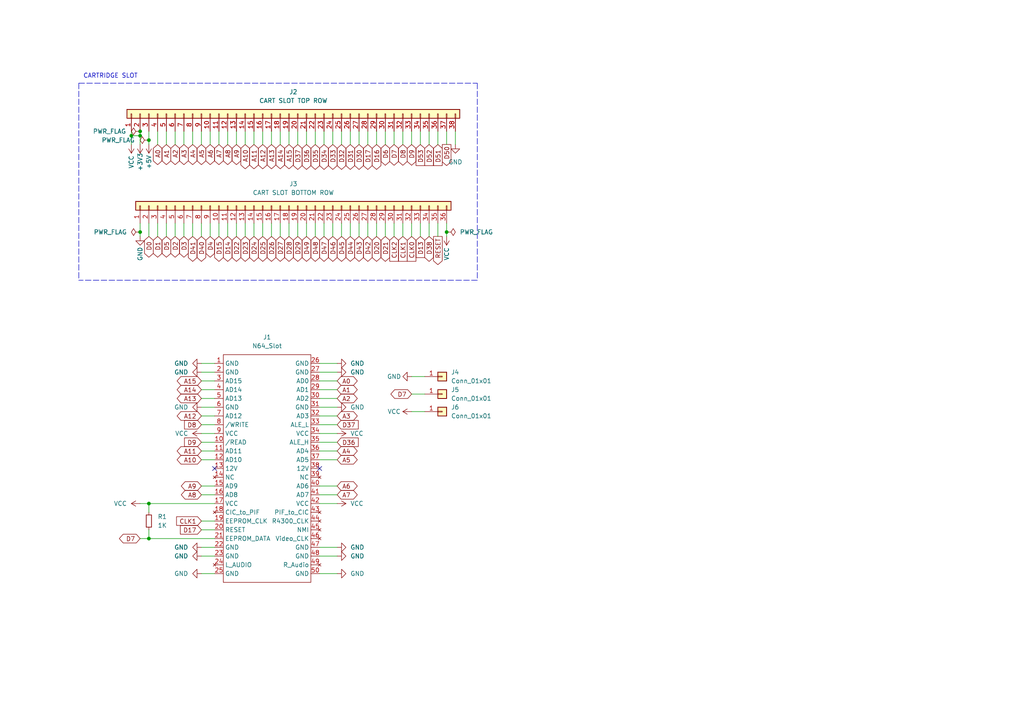
<source format=kicad_sch>
(kicad_sch (version 20210621) (generator eeschema)
  (paper "A4")
  (title_block (title "OSCR N64 ADAPTER") (date "2021-10-31") (rev "V1"))
  (lib_symbols
    (symbol "Connector_Generic:Conn_01x01" (pin_names (offset 1.016) hide)
      (property "Reference" "J" (at 0 2.54 0))
      (property "Value" "Conn_01x01" (at 0 -2.54 0))
      (symbol "Conn_01x01_1_1"
        (rectangle (start -1.27 0.127) (end 0 -0.127) (stroke (width 0.1524)))
        (rectangle (start -1.27 1.27) (end 1.27 -1.27) (stroke (width 0.254)) (fill (type background)))
        (pin passive line (at -5.08 0 0) (length 3.81) (name "Pin_1") (number "1"))
      )
    )
    (symbol "Connector_Generic:Conn_01x36" (pin_names (offset 1.016) hide)
      (property "Reference" "J" (at 0 45.72 0))
      (property "Value" "Conn_01x36" (at 0 -48.26 0))
      (symbol "Conn_01x36_1_1"
        (rectangle (start -1.27 -45.593) (end 0 -45.847) (stroke (width 0.1524)))
        (rectangle (start -1.27 -43.053) (end 0 -43.307) (stroke (width 0.1524)))
        (rectangle (start -1.27 -40.513) (end 0 -40.767) (stroke (width 0.1524)))
        (rectangle (start -1.27 -37.973) (end 0 -38.227) (stroke (width 0.1524)))
        (rectangle (start -1.27 -35.433) (end 0 -35.687) (stroke (width 0.1524)))
        (rectangle (start -1.27 -32.893) (end 0 -33.147) (stroke (width 0.1524)))
        (rectangle (start -1.27 -30.353) (end 0 -30.607) (stroke (width 0.1524)))
        (rectangle (start -1.27 -27.813) (end 0 -28.067) (stroke (width 0.1524)))
        (rectangle (start -1.27 -25.273) (end 0 -25.527) (stroke (width 0.1524)))
        (rectangle (start -1.27 -22.733) (end 0 -22.987) (stroke (width 0.1524)))
        (rectangle (start -1.27 -20.193) (end 0 -20.447) (stroke (width 0.1524)))
        (rectangle (start -1.27 -17.653) (end 0 -17.907) (stroke (width 0.1524)))
        (rectangle (start -1.27 -15.113) (end 0 -15.367) (stroke (width 0.1524)))
        (rectangle (start -1.27 -12.573) (end 0 -12.827) (stroke (width 0.1524)))
        (rectangle (start -1.27 -10.033) (end 0 -10.287) (stroke (width 0.1524)))
        (rectangle (start -1.27 -7.493) (end 0 -7.747) (stroke (width 0.1524)))
        (rectangle (start -1.27 -4.953) (end 0 -5.207) (stroke (width 0.1524)))
        (rectangle (start -1.27 -2.413) (end 0 -2.667) (stroke (width 0.1524)))
        (rectangle (start -1.27 0.127) (end 0 -0.127) (stroke (width 0.1524)))
        (rectangle (start -1.27 2.667) (end 0 2.413) (stroke (width 0.1524)))
        (rectangle (start -1.27 5.207) (end 0 4.953) (stroke (width 0.1524)))
        (rectangle (start -1.27 7.747) (end 0 7.493) (stroke (width 0.1524)))
        (rectangle (start -1.27 10.287) (end 0 10.033) (stroke (width 0.1524)))
        (rectangle (start -1.27 12.827) (end 0 12.573) (stroke (width 0.1524)))
        (rectangle (start -1.27 15.367) (end 0 15.113) (stroke (width 0.1524)))
        (rectangle (start -1.27 17.907) (end 0 17.653) (stroke (width 0.1524)))
        (rectangle (start -1.27 20.447) (end 0 20.193) (stroke (width 0.1524)))
        (rectangle (start -1.27 22.987) (end 0 22.733) (stroke (width 0.1524)))
        (rectangle (start -1.27 25.527) (end 0 25.273) (stroke (width 0.1524)))
        (rectangle (start -1.27 28.067) (end 0 27.813) (stroke (width 0.1524)))
        (rectangle (start -1.27 30.607) (end 0 30.353) (stroke (width 0.1524)))
        (rectangle (start -1.27 33.147) (end 0 32.893) (stroke (width 0.1524)))
        (rectangle (start -1.27 35.687) (end 0 35.433) (stroke (width 0.1524)))
        (rectangle (start -1.27 38.227) (end 0 37.973) (stroke (width 0.1524)))
        (rectangle (start -1.27 40.767) (end 0 40.513) (stroke (width 0.1524)))
        (rectangle (start -1.27 43.307) (end 0 43.053) (stroke (width 0.1524)))
        (rectangle (start -1.27 44.45) (end 1.27 -46.99) (stroke (width 0.254)) (fill (type background)))
        (pin passive line (at -5.08 43.18 0) (length 3.81) (name "Pin_1") (number "1"))
        (pin passive line (at -5.08 20.32 0) (length 3.81) (name "Pin_10") (number "10"))
        (pin passive line (at -5.08 17.78 0) (length 3.81) (name "Pin_11") (number "11"))
        (pin passive line (at -5.08 15.24 0) (length 3.81) (name "Pin_12") (number "12"))
        (pin passive line (at -5.08 12.7 0) (length 3.81) (name "Pin_13") (number "13"))
        (pin passive line (at -5.08 10.16 0) (length 3.81) (name "Pin_14") (number "14"))
        (pin passive line (at -5.08 7.62 0) (length 3.81) (name "Pin_15") (number "15"))
        (pin passive line (at -5.08 5.08 0) (length 3.81) (name "Pin_16") (number "16"))
        (pin passive line (at -5.08 2.54 0) (length 3.81) (name "Pin_17") (number "17"))
        (pin passive line (at -5.08 0 0) (length 3.81) (name "Pin_18") (number "18"))
        (pin passive line (at -5.08 -2.54 0) (length 3.81) (name "Pin_19") (number "19"))
        (pin passive line (at -5.08 40.64 0) (length 3.81) (name "Pin_2") (number "2"))
        (pin passive line (at -5.08 -5.08 0) (length 3.81) (name "Pin_20") (number "20"))
        (pin passive line (at -5.08 -7.62 0) (length 3.81) (name "Pin_21") (number "21"))
        (pin passive line (at -5.08 -10.16 0) (length 3.81) (name "Pin_22") (number "22"))
        (pin passive line (at -5.08 -12.7 0) (length 3.81) (name "Pin_23") (number "23"))
        (pin passive line (at -5.08 -15.24 0) (length 3.81) (name "Pin_24") (number "24"))
        (pin passive line (at -5.08 -17.78 0) (length 3.81) (name "Pin_25") (number "25"))
        (pin passive line (at -5.08 -20.32 0) (length 3.81) (name "Pin_26") (number "26"))
        (pin passive line (at -5.08 -22.86 0) (length 3.81) (name "Pin_27") (number "27"))
        (pin passive line (at -5.08 -25.4 0) (length 3.81) (name "Pin_28") (number "28"))
        (pin passive line (at -5.08 -27.94 0) (length 3.81) (name "Pin_29") (number "29"))
        (pin passive line (at -5.08 38.1 0) (length 3.81) (name "Pin_3") (number "3"))
        (pin passive line (at -5.08 -30.48 0) (length 3.81) (name "Pin_30") (number "30"))
        (pin passive line (at -5.08 -33.02 0) (length 3.81) (name "Pin_31") (number "31"))
        (pin passive line (at -5.08 -35.56 0) (length 3.81) (name "Pin_32") (number "32"))
        (pin passive line (at -5.08 -38.1 0) (length 3.81) (name "Pin_33") (number "33"))
        (pin passive line (at -5.08 -40.64 0) (length 3.81) (name "Pin_34") (number "34"))
        (pin passive line (at -5.08 -43.18 0) (length 3.81) (name "Pin_35") (number "35"))
        (pin passive line (at -5.08 -45.72 0) (length 3.81) (name "Pin_36") (number "36"))
        (pin passive line (at -5.08 35.56 0) (length 3.81) (name "Pin_4") (number "4"))
        (pin passive line (at -5.08 33.02 0) (length 3.81) (name "Pin_5") (number "5"))
        (pin passive line (at -5.08 30.48 0) (length 3.81) (name "Pin_6") (number "6"))
        (pin passive line (at -5.08 27.94 0) (length 3.81) (name "Pin_7") (number "7"))
        (pin passive line (at -5.08 25.4 0) (length 3.81) (name "Pin_8") (number "8"))
        (pin passive line (at -5.08 22.86 0) (length 3.81) (name "Pin_9") (number "9"))
      )
    )
    (symbol "Connector_Generic:Conn_01x38" (pin_names (offset 1.016) hide)
      (property "Reference" "J" (at 0 48.26 0))
      (property "Value" "Conn_01x38" (at 0 -50.8 0))
      (symbol "Conn_01x38_1_1"
        (rectangle (start -1.27 -48.133) (end 0 -48.387) (stroke (width 0.1524)))
        (rectangle (start -1.27 -45.593) (end 0 -45.847) (stroke (width 0.1524)))
        (rectangle (start -1.27 -43.053) (end 0 -43.307) (stroke (width 0.1524)))
        (rectangle (start -1.27 -40.513) (end 0 -40.767) (stroke (width 0.1524)))
        (rectangle (start -1.27 -37.973) (end 0 -38.227) (stroke (width 0.1524)))
        (rectangle (start -1.27 -35.433) (end 0 -35.687) (stroke (width 0.1524)))
        (rectangle (start -1.27 -32.893) (end 0 -33.147) (stroke (width 0.1524)))
        (rectangle (start -1.27 -30.353) (end 0 -30.607) (stroke (width 0.1524)))
        (rectangle (start -1.27 -27.813) (end 0 -28.067) (stroke (width 0.1524)))
        (rectangle (start -1.27 -25.273) (end 0 -25.527) (stroke (width 0.1524)))
        (rectangle (start -1.27 -22.733) (end 0 -22.987) (stroke (width 0.1524)))
        (rectangle (start -1.27 -20.193) (end 0 -20.447) (stroke (width 0.1524)))
        (rectangle (start -1.27 -17.653) (end 0 -17.907) (stroke (width 0.1524)))
        (rectangle (start -1.27 -15.113) (end 0 -15.367) (stroke (width 0.1524)))
        (rectangle (start -1.27 -12.573) (end 0 -12.827) (stroke (width 0.1524)))
        (rectangle (start -1.27 -10.033) (end 0 -10.287) (stroke (width 0.1524)))
        (rectangle (start -1.27 -7.493) (end 0 -7.747) (stroke (width 0.1524)))
        (rectangle (start -1.27 -4.953) (end 0 -5.207) (stroke (width 0.1524)))
        (rectangle (start -1.27 -2.413) (end 0 -2.667) (stroke (width 0.1524)))
        (rectangle (start -1.27 0.127) (end 0 -0.127) (stroke (width 0.1524)))
        (rectangle (start -1.27 2.667) (end 0 2.413) (stroke (width 0.1524)))
        (rectangle (start -1.27 5.207) (end 0 4.953) (stroke (width 0.1524)))
        (rectangle (start -1.27 7.747) (end 0 7.493) (stroke (width 0.1524)))
        (rectangle (start -1.27 10.287) (end 0 10.033) (stroke (width 0.1524)))
        (rectangle (start -1.27 12.827) (end 0 12.573) (stroke (width 0.1524)))
        (rectangle (start -1.27 15.367) (end 0 15.113) (stroke (width 0.1524)))
        (rectangle (start -1.27 17.907) (end 0 17.653) (stroke (width 0.1524)))
        (rectangle (start -1.27 20.447) (end 0 20.193) (stroke (width 0.1524)))
        (rectangle (start -1.27 22.987) (end 0 22.733) (stroke (width 0.1524)))
        (rectangle (start -1.27 25.527) (end 0 25.273) (stroke (width 0.1524)))
        (rectangle (start -1.27 28.067) (end 0 27.813) (stroke (width 0.1524)))
        (rectangle (start -1.27 30.607) (end 0 30.353) (stroke (width 0.1524)))
        (rectangle (start -1.27 33.147) (end 0 32.893) (stroke (width 0.1524)))
        (rectangle (start -1.27 35.687) (end 0 35.433) (stroke (width 0.1524)))
        (rectangle (start -1.27 38.227) (end 0 37.973) (stroke (width 0.1524)))
        (rectangle (start -1.27 40.767) (end 0 40.513) (stroke (width 0.1524)))
        (rectangle (start -1.27 43.307) (end 0 43.053) (stroke (width 0.1524)))
        (rectangle (start -1.27 45.847) (end 0 45.593) (stroke (width 0.1524)))
        (rectangle (start -1.27 46.99) (end 1.27 -49.53) (stroke (width 0.254)) (fill (type background)))
        (pin passive line (at -5.08 45.72 0) (length 3.81) (name "Pin_1") (number "1"))
        (pin passive line (at -5.08 22.86 0) (length 3.81) (name "Pin_10") (number "10"))
        (pin passive line (at -5.08 20.32 0) (length 3.81) (name "Pin_11") (number "11"))
        (pin passive line (at -5.08 17.78 0) (length 3.81) (name "Pin_12") (number "12"))
        (pin passive line (at -5.08 15.24 0) (length 3.81) (name "Pin_13") (number "13"))
        (pin passive line (at -5.08 12.7 0) (length 3.81) (name "Pin_14") (number "14"))
        (pin passive line (at -5.08 10.16 0) (length 3.81) (name "Pin_15") (number "15"))
        (pin passive line (at -5.08 7.62 0) (length 3.81) (name "Pin_16") (number "16"))
        (pin passive line (at -5.08 5.08 0) (length 3.81) (name "Pin_17") (number "17"))
        (pin passive line (at -5.08 2.54 0) (length 3.81) (name "Pin_18") (number "18"))
        (pin passive line (at -5.08 0 0) (length 3.81) (name "Pin_19") (number "19"))
        (pin passive line (at -5.08 43.18 0) (length 3.81) (name "Pin_2") (number "2"))
        (pin passive line (at -5.08 -2.54 0) (length 3.81) (name "Pin_20") (number "20"))
        (pin passive line (at -5.08 -5.08 0) (length 3.81) (name "Pin_21") (number "21"))
        (pin passive line (at -5.08 -7.62 0) (length 3.81) (name "Pin_22") (number "22"))
        (pin passive line (at -5.08 -10.16 0) (length 3.81) (name "Pin_23") (number "23"))
        (pin passive line (at -5.08 -12.7 0) (length 3.81) (name "Pin_24") (number "24"))
        (pin passive line (at -5.08 -15.24 0) (length 3.81) (name "Pin_25") (number "25"))
        (pin passive line (at -5.08 -17.78 0) (length 3.81) (name "Pin_26") (number "26"))
        (pin passive line (at -5.08 -20.32 0) (length 3.81) (name "Pin_27") (number "27"))
        (pin passive line (at -5.08 -22.86 0) (length 3.81) (name "Pin_28") (number "28"))
        (pin passive line (at -5.08 -25.4 0) (length 3.81) (name "Pin_29") (number "29"))
        (pin passive line (at -5.08 40.64 0) (length 3.81) (name "Pin_3") (number "3"))
        (pin passive line (at -5.08 -27.94 0) (length 3.81) (name "Pin_30") (number "30"))
        (pin passive line (at -5.08 -30.48 0) (length 3.81) (name "Pin_31") (number "31"))
        (pin passive line (at -5.08 -33.02 0) (length 3.81) (name "Pin_32") (number "32"))
        (pin passive line (at -5.08 -35.56 0) (length 3.81) (name "Pin_33") (number "33"))
        (pin passive line (at -5.08 -38.1 0) (length 3.81) (name "Pin_34") (number "34"))
        (pin passive line (at -5.08 -40.64 0) (length 3.81) (name "Pin_35") (number "35"))
        (pin passive line (at -5.08 -43.18 0) (length 3.81) (name "Pin_36") (number "36"))
        (pin passive line (at -5.08 -45.72 0) (length 3.81) (name "Pin_37") (number "37"))
        (pin passive line (at -5.08 -48.26 0) (length 3.81) (name "Pin_38") (number "38"))
        (pin passive line (at -5.08 38.1 0) (length 3.81) (name "Pin_4") (number "4"))
        (pin passive line (at -5.08 35.56 0) (length 3.81) (name "Pin_5") (number "5"))
        (pin passive line (at -5.08 33.02 0) (length 3.81) (name "Pin_6") (number "6"))
        (pin passive line (at -5.08 30.48 0) (length 3.81) (name "Pin_7") (number "7"))
        (pin passive line (at -5.08 27.94 0) (length 3.81) (name "Pin_8") (number "8"))
        (pin passive line (at -5.08 25.4 0) (length 3.81) (name "Pin_9") (number "9"))
      )
    )
    (symbol "Device:R_Small" (pin_numbers hide) (pin_names (offset 0.254) hide)
      (property "Reference" "R" (at 0.762 0.508 0))
      (property "Value" "R_Small" (at 0.762 -1.016 0))
      (symbol "R_Small_0_1"
        (rectangle (start -0.762 1.778) (end 0.762 -1.778) (stroke (width 0.2032)))
      )
      (symbol "R_Small_1_1"
        (pin passive line (at 0 2.54 270) (length 0.762) (name "~") (number "1"))
        (pin passive line (at 0 -2.54 90) (length 0.762) (name "~") (number "2"))
      )
    )
    (symbol "power:+3.3V" (power) (pin_names (offset 0))
      (property "Value" "+3.3V" (at 0 3.556 0))
      (symbol "+3.3V_0_1"
        (polyline (pts (xy -0.762 1.27) (xy 0 2.54)))
        (polyline (pts (xy 0 0) (xy 0 2.54)))
        (polyline (pts (xy 0 2.54) (xy 0.762 1.27)))
      )
      (symbol "+3.3V_1_1"
        (pin power_in line (at 0 0 90) (length 0) hide (name "+3V3") (number "1"))
      )
    )
    (symbol "power:+5V" (power) (pin_names (offset 0))
      (property "Value" "+5V" (at 0 3.556 0))
      (symbol "+5V_0_1"
        (polyline (pts (xy -0.762 1.27) (xy 0 2.54)))
        (polyline (pts (xy 0 0) (xy 0 2.54)))
        (polyline (pts (xy 0 2.54) (xy 0.762 1.27)))
      )
      (symbol "+5V_1_1"
        (pin power_in line (at 0 0 90) (length 0) hide (name "+5V") (number "1"))
      )
    )
    (symbol "power:GND" (power) (pin_names (offset 0))
      (property "Value" "GND" (at 0 -3.81 0))
      (symbol "GND_0_1"
        (polyline (pts (xy 0 0) (xy 0 -1.27) (xy 1.27 -1.27) (xy 0 -2.54) (xy -1.27 -1.27) (xy 0 -1.27)))
      )
      (symbol "GND_1_1"
        (pin power_in line (at 0 0 270) (length 0) hide (name "GND") (number "1"))
      )
    )
    (symbol "power:PWR_FLAG" (power) (pin_numbers hide) (pin_names (offset 0) hide)
      (property "Value" "PWR_FLAG" (at 0 3.81 0))
      (symbol "PWR_FLAG_0_0"
        (pin power_out line (at 0 0 90) (length 0) (name "pwr") (number "1"))
      )
      (symbol "PWR_FLAG_0_1"
        (polyline (pts (xy 0 0) (xy 0 1.27) (xy -1.016 1.905) (xy 0 2.54) (xy 1.016 1.905) (xy 0 1.27)))
      )
    )
    (symbol "power:VCC" (power) (pin_names (offset 0))
      (property "Value" "VCC" (at 0 3.81 0))
      (symbol "VCC_0_1"
        (polyline (pts (xy -0.762 1.27) (xy 0 2.54)))
        (polyline (pts (xy 0 0) (xy 0 2.54)))
        (polyline (pts (xy 0 2.54) (xy 0.762 1.27)))
      )
      (symbol "VCC_1_1"
        (pin power_in line (at 0 0 90) (length 0) hide (name "VCC") (number "1"))
      )
    )
    (symbol "sanni:N64_Slot"
      (property "Reference" "J" (at -10.16 35.56 0))
      (property "Value" "N64_Slot" (at -6.35 33.02 0))
      (symbol "N64_Slot_0_1"
        (rectangle (start -10.16 31.75) (end 15.24 -34.29) (stroke (width 0.1524)))
      )
      (symbol "N64_Slot_1_1"
        (pin power_in line (at -12.7 29.21 0) (length 2.54) (name "GND") (number "1"))
        (pin input line (at -12.7 6.35 0) (length 2.54) (name "/READ") (number "10"))
        (pin bidirectional line (at -12.7 3.81 0) (length 2.54) (name "AD11") (number "11"))
        (pin bidirectional line (at -12.7 1.27 0) (length 2.54) (name "AD10") (number "12"))
        (pin power_in line (at -12.7 -1.27 0) (length 2.54) (name "12V") (number "13"))
        (pin no_connect line (at -12.7 -3.81 0) (length 2.54) (name "NC") (number "14"))
        (pin bidirectional line (at -12.7 -6.35 0) (length 2.54) (name "AD9") (number "15"))
        (pin bidirectional line (at -12.7 -8.89 0) (length 2.54) (name "AD8") (number "16"))
        (pin power_in line (at -12.7 -11.43 0) (length 2.54) (name "VCC") (number "17"))
        (pin no_connect line (at -12.7 -13.97 0) (length 2.54) (name "CIC_to_PIF") (number "18"))
        (pin input line (at -12.7 -16.51 0) (length 2.54) (name "EEPROM_CLK") (number "19"))
        (pin power_in line (at -12.7 26.67 0) (length 2.54) (name "GND") (number "2"))
        (pin input line (at -12.7 -19.05 0) (length 2.54) (name "RESET") (number "20"))
        (pin bidirectional line (at -12.7 -21.59 0) (length 2.54) (name "EEPROM_DATA") (number "21"))
        (pin power_in line (at -12.7 -24.13 0) (length 2.54) (name "GND") (number "22"))
        (pin power_in line (at -12.7 -26.67 0) (length 2.54) (name "GND") (number "23"))
        (pin no_connect line (at -12.7 -29.21 0) (length 2.54) (name "L_AUDIO") (number "24"))
        (pin power_in line (at -12.7 -31.75 0) (length 2.54) (name "GND") (number "25"))
        (pin power_in line (at 17.78 29.21 180) (length 2.54) (name "GND") (number "26"))
        (pin power_in line (at 17.78 26.67 180) (length 2.54) (name "GND") (number "27"))
        (pin bidirectional line (at 17.78 24.13 180) (length 2.54) (name "AD0") (number "28"))
        (pin bidirectional line (at 17.78 21.59 180) (length 2.54) (name "AD1") (number "29"))
        (pin bidirectional line (at -12.7 24.13 0) (length 2.54) (name "AD15") (number "3"))
        (pin bidirectional line (at 17.78 19.05 180) (length 2.54) (name "AD2") (number "30"))
        (pin power_in line (at 17.78 16.51 180) (length 2.54) (name "GND") (number "31"))
        (pin bidirectional line (at 17.78 13.97 180) (length 2.54) (name "AD3") (number "32"))
        (pin input line (at 17.78 11.43 180) (length 2.54) (name "ALE_L") (number "33"))
        (pin power_in line (at 17.78 8.89 180) (length 2.54) (name "VCC") (number "34"))
        (pin input line (at 17.78 6.35 180) (length 2.54) (name "ALE_H") (number "35"))
        (pin bidirectional line (at 17.78 3.81 180) (length 2.54) (name "AD4") (number "36"))
        (pin bidirectional line (at 17.78 1.27 180) (length 2.54) (name "AD5") (number "37"))
        (pin power_in line (at 17.78 -1.27 180) (length 2.54) (name "12V") (number "38"))
        (pin no_connect line (at 17.78 -3.81 180) (length 2.54) (name "NC") (number "39"))
        (pin bidirectional line (at -12.7 21.59 0) (length 2.54) (name "AD14") (number "4"))
        (pin bidirectional line (at 17.78 -6.35 180) (length 2.54) (name "AD6") (number "40"))
        (pin bidirectional line (at 17.78 -8.89 180) (length 2.54) (name "AD7") (number "41"))
        (pin power_in line (at 17.78 -11.43 180) (length 2.54) (name "VCC") (number "42"))
        (pin no_connect line (at 17.78 -13.97 180) (length 2.54) (name "PIF_to_CIC") (number "43"))
        (pin no_connect line (at 17.78 -16.51 180) (length 2.54) (name "R4300_CLK") (number "44"))
        (pin no_connect line (at 17.78 -19.05 180) (length 2.54) (name "NMI") (number "45"))
        (pin no_connect line (at 17.78 -21.59 180) (length 2.54) (name "Video_CLK") (number "46"))
        (pin power_in line (at 17.78 -24.13 180) (length 2.54) (name "GND") (number "47"))
        (pin power_in line (at 17.78 -26.67 180) (length 2.54) (name "GND") (number "48"))
        (pin no_connect line (at 17.78 -29.21 180) (length 2.54) (name "R_Audio") (number "49"))
        (pin bidirectional line (at -12.7 19.05 0) (length 2.54) (name "AD13") (number "5"))
        (pin power_in line (at 17.78 -31.75 180) (length 2.54) (name "GND") (number "50"))
        (pin power_in line (at -12.7 16.51 0) (length 2.54) (name "GND") (number "6"))
        (pin bidirectional line (at -12.7 13.97 0) (length 2.54) (name "AD12") (number "7"))
        (pin input line (at -12.7 11.43 0) (length 2.54) (name "/WRITE") (number "8"))
        (pin power_in line (at -12.7 8.89 0) (length 2.54) (name "VCC") (number "9"))
      )
    )
  )
  (junction (at 38.1 39.37))
  (junction (at 40.64 38.1))
  (junction (at 40.64 39.37))
  (junction (at 40.64 67.31))
  (junction (at 43.18 40.64))
  (junction (at 43.18 146.05))
  (junction (at 43.18 156.21))
  (junction (at 129.54 67.31))
  (no_connect (at 62.23 135.89))
  (no_connect (at 92.71 135.89))
  (wire (pts (xy 38.1 38.1) (xy 38.1 39.37)))
  (wire (pts (xy 38.1 39.37) (xy 38.1 41.91)))
  (wire (pts (xy 38.1 39.37) (xy 40.64 39.37)))
  (wire (pts (xy 40.64 38.1) (xy 40.64 39.37)))
  (wire (pts (xy 40.64 39.37) (xy 40.64 41.91)))
  (wire (pts (xy 40.64 64.77) (xy 40.64 67.31)))
  (wire (pts (xy 40.64 67.31) (xy 40.64 68.58)))
  (wire (pts (xy 40.64 146.05) (xy 43.18 146.05)))
  (wire (pts (xy 40.64 156.21) (xy 43.18 156.21)))
  (wire (pts (xy 43.18 38.1) (xy 43.18 40.64)))
  (wire (pts (xy 43.18 40.64) (xy 43.18 41.91)))
  (wire (pts (xy 43.18 64.77) (xy 43.18 68.58)))
  (wire (pts (xy 43.18 146.05) (xy 43.18 148.59)))
  (wire (pts (xy 43.18 146.05) (xy 62.23 146.05)))
  (wire (pts (xy 43.18 153.67) (xy 43.18 156.21)))
  (wire (pts (xy 43.18 156.21) (xy 62.23 156.21)))
  (wire (pts (xy 45.72 38.1) (xy 45.72 41.91)))
  (wire (pts (xy 45.72 64.77) (xy 45.72 68.58)))
  (wire (pts (xy 48.26 38.1) (xy 48.26 41.91)))
  (wire (pts (xy 48.26 64.77) (xy 48.26 68.58)))
  (wire (pts (xy 50.8 38.1) (xy 50.8 41.91)))
  (wire (pts (xy 50.8 64.77) (xy 50.8 68.58)))
  (wire (pts (xy 53.34 38.1) (xy 53.34 41.91)))
  (wire (pts (xy 53.34 64.77) (xy 53.34 68.58)))
  (wire (pts (xy 55.88 38.1) (xy 55.88 41.91)))
  (wire (pts (xy 55.88 64.77) (xy 55.88 68.58)))
  (wire (pts (xy 58.42 38.1) (xy 58.42 41.91)))
  (wire (pts (xy 58.42 64.77) (xy 58.42 68.58)))
  (wire (pts (xy 58.42 105.41) (xy 62.23 105.41)))
  (wire (pts (xy 58.42 107.95) (xy 62.23 107.95)))
  (wire (pts (xy 58.42 110.49) (xy 62.23 110.49)))
  (wire (pts (xy 58.42 113.03) (xy 62.23 113.03)))
  (wire (pts (xy 58.42 115.57) (xy 62.23 115.57)))
  (wire (pts (xy 58.42 118.11) (xy 62.23 118.11)))
  (wire (pts (xy 58.42 120.65) (xy 62.23 120.65)))
  (wire (pts (xy 58.42 123.19) (xy 62.23 123.19)))
  (wire (pts (xy 58.42 125.73) (xy 62.23 125.73)))
  (wire (pts (xy 58.42 128.27) (xy 62.23 128.27)))
  (wire (pts (xy 58.42 130.81) (xy 62.23 130.81)))
  (wire (pts (xy 58.42 133.35) (xy 62.23 133.35)))
  (wire (pts (xy 58.42 140.97) (xy 62.23 140.97)))
  (wire (pts (xy 58.42 143.51) (xy 62.23 143.51)))
  (wire (pts (xy 58.42 151.13) (xy 62.23 151.13)))
  (wire (pts (xy 58.42 153.67) (xy 62.23 153.67)))
  (wire (pts (xy 58.42 158.75) (xy 62.23 158.75)))
  (wire (pts (xy 58.42 161.29) (xy 62.23 161.29)))
  (wire (pts (xy 58.42 166.37) (xy 62.23 166.37)))
  (wire (pts (xy 60.96 38.1) (xy 60.96 41.91)))
  (wire (pts (xy 60.96 64.77) (xy 60.96 68.58)))
  (wire (pts (xy 63.5 38.1) (xy 63.5 41.91)))
  (wire (pts (xy 63.5 64.77) (xy 63.5 68.58)))
  (wire (pts (xy 66.04 38.1) (xy 66.04 41.91)))
  (wire (pts (xy 66.04 64.77) (xy 66.04 68.58)))
  (wire (pts (xy 68.58 38.1) (xy 68.58 41.91)))
  (wire (pts (xy 68.58 64.77) (xy 68.58 68.58)))
  (wire (pts (xy 71.12 38.1) (xy 71.12 41.91)))
  (wire (pts (xy 71.12 64.77) (xy 71.12 68.58)))
  (wire (pts (xy 73.66 38.1) (xy 73.66 41.91)))
  (wire (pts (xy 73.66 64.77) (xy 73.66 68.58)))
  (wire (pts (xy 76.2 38.1) (xy 76.2 41.91)))
  (wire (pts (xy 76.2 64.77) (xy 76.2 68.58)))
  (wire (pts (xy 78.74 38.1) (xy 78.74 41.91)))
  (wire (pts (xy 78.74 64.77) (xy 78.74 68.58)))
  (wire (pts (xy 81.28 38.1) (xy 81.28 41.91)))
  (wire (pts (xy 81.28 64.77) (xy 81.28 68.58)))
  (wire (pts (xy 83.82 38.1) (xy 83.82 41.91)))
  (wire (pts (xy 83.82 64.77) (xy 83.82 68.58)))
  (wire (pts (xy 86.36 38.1) (xy 86.36 41.91)))
  (wire (pts (xy 86.36 64.77) (xy 86.36 68.58)))
  (wire (pts (xy 88.9 38.1) (xy 88.9 41.91)))
  (wire (pts (xy 88.9 64.77) (xy 88.9 68.58)))
  (wire (pts (xy 91.44 38.1) (xy 91.44 41.91)))
  (wire (pts (xy 91.44 64.77) (xy 91.44 68.58)))
  (wire (pts (xy 92.71 105.41) (xy 97.79 105.41)))
  (wire (pts (xy 92.71 107.95) (xy 97.79 107.95)))
  (wire (pts (xy 92.71 110.49) (xy 97.79 110.49)))
  (wire (pts (xy 92.71 113.03) (xy 97.79 113.03)))
  (wire (pts (xy 92.71 115.57) (xy 97.79 115.57)))
  (wire (pts (xy 92.71 118.11) (xy 97.79 118.11)))
  (wire (pts (xy 92.71 120.65) (xy 97.79 120.65)))
  (wire (pts (xy 92.71 123.19) (xy 97.79 123.19)))
  (wire (pts (xy 92.71 125.73) (xy 97.79 125.73)))
  (wire (pts (xy 92.71 128.27) (xy 97.79 128.27)))
  (wire (pts (xy 92.71 130.81) (xy 97.79 130.81)))
  (wire (pts (xy 92.71 133.35) (xy 97.79 133.35)))
  (wire (pts (xy 92.71 140.97) (xy 97.79 140.97)))
  (wire (pts (xy 92.71 143.51) (xy 97.79 143.51)))
  (wire (pts (xy 92.71 146.05) (xy 97.79 146.05)))
  (wire (pts (xy 92.71 158.75) (xy 97.79 158.75)))
  (wire (pts (xy 92.71 161.29) (xy 97.79 161.29)))
  (wire (pts (xy 92.71 166.37) (xy 97.79 166.37)))
  (wire (pts (xy 93.98 38.1) (xy 93.98 41.91)))
  (wire (pts (xy 93.98 64.77) (xy 93.98 68.58)))
  (wire (pts (xy 96.52 38.1) (xy 96.52 41.91)))
  (wire (pts (xy 96.52 64.77) (xy 96.52 68.58)))
  (wire (pts (xy 99.06 38.1) (xy 99.06 41.91)))
  (wire (pts (xy 99.06 64.77) (xy 99.06 68.58)))
  (wire (pts (xy 101.6 38.1) (xy 101.6 41.91)))
  (wire (pts (xy 101.6 64.77) (xy 101.6 68.58)))
  (wire (pts (xy 104.14 38.1) (xy 104.14 41.91)))
  (wire (pts (xy 104.14 64.77) (xy 104.14 68.58)))
  (wire (pts (xy 106.68 38.1) (xy 106.68 41.91)))
  (wire (pts (xy 106.68 64.77) (xy 106.68 68.58)))
  (wire (pts (xy 109.22 38.1) (xy 109.22 41.91)))
  (wire (pts (xy 109.22 64.77) (xy 109.22 68.58)))
  (wire (pts (xy 111.76 38.1) (xy 111.76 41.91)))
  (wire (pts (xy 111.76 64.77) (xy 111.76 68.58)))
  (wire (pts (xy 114.3 38.1) (xy 114.3 41.91)))
  (wire (pts (xy 114.3 64.77) (xy 114.3 68.58)))
  (wire (pts (xy 116.84 38.1) (xy 116.84 41.91)))
  (wire (pts (xy 116.84 64.77) (xy 116.84 68.58)))
  (wire (pts (xy 119.38 38.1) (xy 119.38 41.91)))
  (wire (pts (xy 119.38 64.77) (xy 119.38 68.58)))
  (wire (pts (xy 119.38 109.22) (xy 123.19 109.22)))
  (wire (pts (xy 119.38 114.3) (xy 123.19 114.3)))
  (wire (pts (xy 119.38 119.38) (xy 123.19 119.38)))
  (wire (pts (xy 121.92 38.1) (xy 121.92 41.91)))
  (wire (pts (xy 121.92 64.77) (xy 121.92 68.58)))
  (wire (pts (xy 124.46 38.1) (xy 124.46 41.91)))
  (wire (pts (xy 124.46 64.77) (xy 124.46 68.58)))
  (wire (pts (xy 127 38.1) (xy 127 41.91)))
  (wire (pts (xy 127 64.77) (xy 127 68.58)))
  (wire (pts (xy 129.54 38.1) (xy 129.54 41.91)))
  (wire (pts (xy 129.54 64.77) (xy 129.54 67.31)))
  (wire (pts (xy 129.54 67.31) (xy 129.54 68.58)))
  (wire (pts (xy 132.08 38.1) (xy 132.08 41.91)))
  (polyline (pts (xy 22.86 24.13) (xy 22.86 81.28)))
  (polyline (pts (xy 22.86 24.13) (xy 138.43 24.13)))
  (polyline (pts (xy 138.43 24.13) (xy 138.43 81.28)))
  (polyline (pts (xy 138.43 81.28) (xy 22.86 81.28)))
  (text "CARTRIDGE SLOT" (at 24.13 22.86 0) (effects (font (size 1.27 1.27)) (justify left bottom)))
  (global_label "D7" (shape bidirectional) (at 40.64 156.21 180) (property "Intersheet References" "${INTERSHEET_REFS}" (effects hide)))
  (global_label "D0" (shape bidirectional) (at 43.18 68.58 270) (property "Intersheet References" "${INTERSHEET_REFS}" (effects hide)))
  (global_label "A0" (shape bidirectional) (at 45.72 41.91 270) (property "Intersheet References" "${INTERSHEET_REFS}" (effects hide)))
  (global_label "D1" (shape bidirectional) (at 45.72 68.58 270) (property "Intersheet References" "${INTERSHEET_REFS}" (effects hide)))
  (global_label "A1" (shape bidirectional) (at 48.26 41.91 270) (property "Intersheet References" "${INTERSHEET_REFS}" (effects hide)))
  (global_label "D5" (shape bidirectional) (at 48.26 68.58 270) (property "Intersheet References" "${INTERSHEET_REFS}" (effects hide)))
  (global_label "A2" (shape bidirectional) (at 50.8 41.91 270) (property "Intersheet References" "${INTERSHEET_REFS}" (effects hide)))
  (global_label "D2" (shape bidirectional) (at 50.8 68.58 270) (property "Intersheet References" "${INTERSHEET_REFS}" (effects hide)))
  (global_label "A3" (shape bidirectional) (at 53.34 41.91 270) (property "Intersheet References" "${INTERSHEET_REFS}" (effects hide)))
  (global_label "D3" (shape bidirectional) (at 53.34 68.58 270) (property "Intersheet References" "${INTERSHEET_REFS}" (effects hide)))
  (global_label "A4" (shape bidirectional) (at 55.88 41.91 270) (property "Intersheet References" "${INTERSHEET_REFS}" (effects hide)))
  (global_label "D41" (shape bidirectional) (at 55.88 68.58 270) (property "Intersheet References" "${INTERSHEET_REFS}" (effects hide)))
  (global_label "A5" (shape bidirectional) (at 58.42 41.91 270) (property "Intersheet References" "${INTERSHEET_REFS}" (effects hide)))
  (global_label "D40" (shape bidirectional) (at 58.42 68.58 270) (property "Intersheet References" "${INTERSHEET_REFS}" (effects hide)))
  (global_label "A15" (shape bidirectional) (at 58.42 110.49 180) (property "Intersheet References" "${INTERSHEET_REFS}" (effects hide)))
  (global_label "A14" (shape bidirectional) (at 58.42 113.03 180) (property "Intersheet References" "${INTERSHEET_REFS}" (effects hide)))
  (global_label "A13" (shape bidirectional) (at 58.42 115.57 180) (property "Intersheet References" "${INTERSHEET_REFS}" (effects hide)))
  (global_label "A12" (shape bidirectional) (at 58.42 120.65 180) (property "Intersheet References" "${INTERSHEET_REFS}" (effects hide)))
  (global_label "D8" (shape input) (at 58.42 123.19 180) (property "Intersheet References" "${INTERSHEET_REFS}" (effects hide)))
  (global_label "D9" (shape input) (at 58.42 128.27 180) (property "Intersheet References" "${INTERSHEET_REFS}" (effects hide)))
  (global_label "A11" (shape bidirectional) (at 58.42 130.81 180) (property "Intersheet References" "${INTERSHEET_REFS}" (effects hide)))
  (global_label "A10" (shape bidirectional) (at 58.42 133.35 180) (property "Intersheet References" "${INTERSHEET_REFS}" (effects hide)))
  (global_label "A9" (shape bidirectional) (at 58.42 140.97 180) (property "Intersheet References" "${INTERSHEET_REFS}" (effects hide)))
  (global_label "A8" (shape bidirectional) (at 58.42 143.51 180) (property "Intersheet References" "${INTERSHEET_REFS}" (effects hide)))
  (global_label "CLK1" (shape input) (at 58.42 151.13 180) (property "Intersheet References" "${INTERSHEET_REFS}" (effects hide)))
  (global_label "D17" (shape input) (at 58.42 153.67 180) (property "Intersheet References" "${INTERSHEET_REFS}" (effects hide)))
  (global_label "A6" (shape bidirectional) (at 60.96 41.91 270) (property "Intersheet References" "${INTERSHEET_REFS}" (effects hide)))
  (global_label "D4" (shape bidirectional) (at 60.96 68.58 270) (property "Intersheet References" "${INTERSHEET_REFS}" (effects hide)))
  (global_label "A7" (shape bidirectional) (at 63.5 41.91 270) (property "Intersheet References" "${INTERSHEET_REFS}" (effects hide)))
  (global_label "D15" (shape bidirectional) (at 63.5 68.58 270) (property "Intersheet References" "${INTERSHEET_REFS}" (effects hide)))
  (global_label "A8" (shape bidirectional) (at 66.04 41.91 270) (property "Intersheet References" "${INTERSHEET_REFS}" (effects hide)))
  (global_label "D14" (shape bidirectional) (at 66.04 68.58 270) (property "Intersheet References" "${INTERSHEET_REFS}" (effects hide)))
  (global_label "A9" (shape bidirectional) (at 68.58 41.91 270) (property "Intersheet References" "${INTERSHEET_REFS}" (effects hide)))
  (global_label "D22" (shape bidirectional) (at 68.58 68.58 270) (property "Intersheet References" "${INTERSHEET_REFS}" (effects hide)))
  (global_label "A10" (shape bidirectional) (at 71.12 41.91 270) (property "Intersheet References" "${INTERSHEET_REFS}" (effects hide)))
  (global_label "D23" (shape bidirectional) (at 71.12 68.58 270) (property "Intersheet References" "${INTERSHEET_REFS}" (effects hide)))
  (global_label "A11" (shape bidirectional) (at 73.66 41.91 270) (property "Intersheet References" "${INTERSHEET_REFS}" (effects hide)))
  (global_label "D24" (shape bidirectional) (at 73.66 68.58 270) (property "Intersheet References" "${INTERSHEET_REFS}" (effects hide)))
  (global_label "A12" (shape bidirectional) (at 76.2 41.91 270) (property "Intersheet References" "${INTERSHEET_REFS}" (effects hide)))
  (global_label "D25" (shape bidirectional) (at 76.2 68.58 270) (property "Intersheet References" "${INTERSHEET_REFS}" (effects hide)))
  (global_label "A13" (shape bidirectional) (at 78.74 41.91 270) (property "Intersheet References" "${INTERSHEET_REFS}" (effects hide)))
  (global_label "D26" (shape bidirectional) (at 78.74 68.58 270) (property "Intersheet References" "${INTERSHEET_REFS}" (effects hide)))
  (global_label "A14" (shape bidirectional) (at 81.28 41.91 270) (property "Intersheet References" "${INTERSHEET_REFS}" (effects hide)))
  (global_label "D27" (shape bidirectional) (at 81.28 68.58 270) (property "Intersheet References" "${INTERSHEET_REFS}" (effects hide)))
  (global_label "A15" (shape bidirectional) (at 83.82 41.91 270) (property "Intersheet References" "${INTERSHEET_REFS}" (effects hide)))
  (global_label "D28" (shape bidirectional) (at 83.82 68.58 270) (property "Intersheet References" "${INTERSHEET_REFS}" (effects hide)))
  (global_label "D37" (shape bidirectional) (at 86.36 41.91 270) (property "Intersheet References" "${INTERSHEET_REFS}" (effects hide)))
  (global_label "D29" (shape bidirectional) (at 86.36 68.58 270) (property "Intersheet References" "${INTERSHEET_REFS}" (effects hide)))
  (global_label "D36" (shape bidirectional) (at 88.9 41.91 270) (property "Intersheet References" "${INTERSHEET_REFS}" (effects hide)))
  (global_label "D49" (shape bidirectional) (at 88.9 68.58 270) (property "Intersheet References" "${INTERSHEET_REFS}" (effects hide)))
  (global_label "D35" (shape bidirectional) (at 91.44 41.91 270) (property "Intersheet References" "${INTERSHEET_REFS}" (effects hide)))
  (global_label "D48" (shape bidirectional) (at 91.44 68.58 270) (property "Intersheet References" "${INTERSHEET_REFS}" (effects hide)))
  (global_label "D34" (shape bidirectional) (at 93.98 41.91 270) (property "Intersheet References" "${INTERSHEET_REFS}" (effects hide)))
  (global_label "D47" (shape bidirectional) (at 93.98 68.58 270) (property "Intersheet References" "${INTERSHEET_REFS}" (effects hide)))
  (global_label "D33" (shape bidirectional) (at 96.52 41.91 270) (property "Intersheet References" "${INTERSHEET_REFS}" (effects hide)))
  (global_label "D46" (shape bidirectional) (at 96.52 68.58 270) (property "Intersheet References" "${INTERSHEET_REFS}" (effects hide)))
  (global_label "A0" (shape bidirectional) (at 97.79 110.49 0) (property "Intersheet References" "${INTERSHEET_REFS}" (effects hide)))
  (global_label "A1" (shape bidirectional) (at 97.79 113.03 0) (property "Intersheet References" "${INTERSHEET_REFS}" (effects hide)))
  (global_label "A2" (shape bidirectional) (at 97.79 115.57 0) (property "Intersheet References" "${INTERSHEET_REFS}" (effects hide)))
  (global_label "A3" (shape bidirectional) (at 97.79 120.65 0) (property "Intersheet References" "${INTERSHEET_REFS}" (effects hide)))
  (global_label "D37" (shape input) (at 97.79 123.19 0) (property "Intersheet References" "${INTERSHEET_REFS}" (effects hide)))
  (global_label "D36" (shape input) (at 97.79 128.27 0) (property "Intersheet References" "${INTERSHEET_REFS}" (effects hide)))
  (global_label "A4" (shape bidirectional) (at 97.79 130.81 0) (property "Intersheet References" "${INTERSHEET_REFS}" (effects hide)))
  (global_label "A5" (shape bidirectional) (at 97.79 133.35 0) (property "Intersheet References" "${INTERSHEET_REFS}" (effects hide)))
  (global_label "A6" (shape bidirectional) (at 97.79 140.97 0) (property "Intersheet References" "${INTERSHEET_REFS}" (effects hide)))
  (global_label "A7" (shape bidirectional) (at 97.79 143.51 0) (property "Intersheet References" "${INTERSHEET_REFS}" (effects hide)))
  (global_label "D32" (shape bidirectional) (at 99.06 41.91 270) (property "Intersheet References" "${INTERSHEET_REFS}" (effects hide)))
  (global_label "D45" (shape bidirectional) (at 99.06 68.58 270) (property "Intersheet References" "${INTERSHEET_REFS}" (effects hide)))
  (global_label "D31" (shape bidirectional) (at 101.6 41.91 270) (property "Intersheet References" "${INTERSHEET_REFS}" (effects hide)))
  (global_label "D44" (shape bidirectional) (at 101.6 68.58 270) (property "Intersheet References" "${INTERSHEET_REFS}" (effects hide)))
  (global_label "D30" (shape bidirectional) (at 104.14 41.91 270) (property "Intersheet References" "${INTERSHEET_REFS}" (effects hide)))
  (global_label "D43" (shape bidirectional) (at 104.14 68.58 270) (property "Intersheet References" "${INTERSHEET_REFS}" (effects hide)))
  (global_label "D17" (shape bidirectional) (at 106.68 41.91 270) (property "Intersheet References" "${INTERSHEET_REFS}" (effects hide)))
  (global_label "D42" (shape bidirectional) (at 106.68 68.58 270) (property "Intersheet References" "${INTERSHEET_REFS}" (effects hide)))
  (global_label "D16" (shape bidirectional) (at 109.22 41.91 270) (property "Intersheet References" "${INTERSHEET_REFS}" (effects hide)))
  (global_label "D20" (shape bidirectional) (at 109.22 68.58 270) (property "Intersheet References" "${INTERSHEET_REFS}" (effects hide)))
  (global_label "D6" (shape bidirectional) (at 111.76 41.91 270) (property "Intersheet References" "${INTERSHEET_REFS}" (effects hide)))
  (global_label "D21" (shape bidirectional) (at 111.76 68.58 270) (property "Intersheet References" "${INTERSHEET_REFS}" (effects hide)))
  (global_label "D7" (shape bidirectional) (at 114.3 41.91 270) (property "Intersheet References" "${INTERSHEET_REFS}" (effects hide)))
  (global_label "CLK2" (shape input) (at 114.3 68.58 270) (property "Intersheet References" "${INTERSHEET_REFS}" (effects hide)))
  (global_label "D8" (shape bidirectional) (at 116.84 41.91 270) (property "Intersheet References" "${INTERSHEET_REFS}" (effects hide)))
  (global_label "CLK1" (shape input) (at 116.84 68.58 270) (property "Intersheet References" "${INTERSHEET_REFS}" (effects hide)))
  (global_label "D9" (shape bidirectional) (at 119.38 41.91 270) (property "Intersheet References" "${INTERSHEET_REFS}" (effects hide)))
  (global_label "CLK0" (shape input) (at 119.38 68.58 270) (property "Intersheet References" "${INTERSHEET_REFS}" (effects hide)))
  (global_label "D7" (shape bidirectional) (at 119.38 114.3 180) (property "Intersheet References" "${INTERSHEET_REFS}" (effects hide)))
  (global_label "D53" (shape input) (at 121.92 41.91 270) (property "Intersheet References" "${INTERSHEET_REFS}" (effects hide)))
  (global_label "D13" (shape input) (at 121.92 68.58 270) (property "Intersheet References" "${INTERSHEET_REFS}" (effects hide)))
  (global_label "D52" (shape input) (at 124.46 41.91 270) (property "Intersheet References" "${INTERSHEET_REFS}" (effects hide)))
  (global_label "D38" (shape bidirectional) (at 124.46 68.58 270) (property "Intersheet References" "${INTERSHEET_REFS}" (effects hide)))
  (global_label "D51" (shape input) (at 127 41.91 270) (property "Intersheet References" "${INTERSHEET_REFS}" (effects hide)))
  (global_label "RESET" (shape output) (at 127 68.58 270) (property "Intersheet References" "${INTERSHEET_REFS}" (effects hide)))
  (global_label "D50" (shape output) (at 129.54 41.91 270) (property "Intersheet References" "${INTERSHEET_REFS}" (effects hide)))
  (symbol (lib_id "power:VCC") (at 38.1 41.91 180) (unit 1)
    (property "Reference" "#PWR01" (effects hide))
    (property "Value" "VCC" (at 38.1 46.99 90))
  )
  (symbol (lib_id "power:+3.3V") (at 40.64 41.91 180) (unit 1)
    (property "Reference" "#PWR02" (effects hide))
    (property "Value" "+3.3V" (at 40.64 46.99 90))
  )
  (symbol (lib_id "power:VCC") (at 40.64 146.05 90) (unit 1)
    (property "Reference" "#PWR04" (effects hide))
    (property "Value" "VCC" (at 36.83 146.0499 90) (effects (justify left)))
  )
  (symbol (lib_id "power:+5V") (at 43.18 41.91 180) (unit 1)
    (property "Reference" "#PWR05" (effects hide))
    (property "Value" "+5V" (at 43.18 46.99 90))
  )
  (symbol (lib_id "power:VCC") (at 58.42 125.73 90) (unit 1)
    (property "Reference" "#PWR09" (effects hide))
    (property "Value" "VCC" (at 54.61 125.7299 90) (effects (justify left)))
  )
  (symbol (lib_id "power:VCC") (at 97.79 125.73 270) (unit 1)
    (property "Reference" "#PWR016" (effects hide))
    (property "Value" "VCC" (at 101.6 125.7299 90) (effects (justify left)))
  )
  (symbol (lib_id "power:VCC") (at 97.79 146.05 270) (unit 1)
    (property "Reference" "#PWR017" (effects hide))
    (property "Value" "VCC" (at 101.6 146.0499 90) (effects (justify left)))
  )
  (symbol (lib_id "power:VCC") (at 119.38 119.38 90) (unit 1)
    (property "Reference" "#PWR0101" (effects hide))
    (property "Value" "VCC" (at 114.3 119.38 90))
  )
  (symbol (lib_id "power:VCC") (at 129.54 68.58 180) (unit 1)
    (property "Reference" "#PWR021" (effects hide))
    (property "Value" "VCC" (at 129.54 73.66 90))
  )
  (symbol (lib_id "power:PWR_FLAG") (at 40.64 38.1 90) (unit 1)
    (property "Reference" "#FLG01" (effects hide))
    (property "Value" "PWR_FLAG" (at 31.75 38.1 90))
  )
  (symbol (lib_id "power:PWR_FLAG") (at 40.64 67.31 90) (unit 1)
    (property "Reference" "#FLG02" (effects hide))
    (property "Value" "PWR_FLAG" (at 36.83 67.3099 90) (effects (justify left)))
  )
  (symbol (lib_id "power:PWR_FLAG") (at 43.18 40.64 90) (unit 1)
    (property "Reference" "#FLG03" (effects hide))
    (property "Value" "PWR_FLAG" (at 34.29 40.64 90))
  )
  (symbol (lib_id "power:PWR_FLAG") (at 129.54 67.31 270) (unit 1)
    (property "Reference" "#FLG04" (effects hide))
    (property "Value" "PWR_FLAG" (at 133.35 67.3099 90) (effects (justify left)))
  )
  (symbol (lib_id "power:GND") (at 40.64 68.58 0) (unit 1)
    (property "Reference" "#PWR03" (effects hide))
    (property "Value" "GND" (at 40.64 73.66 90))
  )
  (symbol (lib_id "power:GND") (at 58.42 105.41 270) (unit 1)
    (property "Reference" "#PWR06" (effects hide))
    (property "Value" "GND" (at 54.61 105.4099 90) (effects (justify right)))
  )
  (symbol (lib_id "power:GND") (at 58.42 107.95 270) (unit 1)
    (property "Reference" "#PWR07" (effects hide))
    (property "Value" "GND" (at 54.61 107.9499 90) (effects (justify right)))
  )
  (symbol (lib_id "power:GND") (at 58.42 118.11 270) (unit 1)
    (property "Reference" "#PWR08" (effects hide))
    (property "Value" "GND" (at 54.61 118.1099 90) (effects (justify right)))
  )
  (symbol (lib_id "power:GND") (at 58.42 158.75 270) (unit 1)
    (property "Reference" "#PWR010" (effects hide))
    (property "Value" "GND" (at 54.61 158.7499 90) (effects (justify right)))
  )
  (symbol (lib_id "power:GND") (at 58.42 161.29 270) (unit 1)
    (property "Reference" "#PWR011" (effects hide))
    (property "Value" "GND" (at 54.61 161.2899 90) (effects (justify right)))
  )
  (symbol (lib_id "power:GND") (at 58.42 166.37 270) (unit 1)
    (property "Reference" "#PWR012" (effects hide))
    (property "Value" "GND" (at 54.61 166.3699 90) (effects (justify right)))
  )
  (symbol (lib_id "power:GND") (at 97.79 105.41 90) (unit 1)
    (property "Reference" "#PWR013" (effects hide))
    (property "Value" "GND" (at 101.6 105.4099 90) (effects (justify right)))
  )
  (symbol (lib_id "power:GND") (at 97.79 107.95 90) (unit 1)
    (property "Reference" "#PWR014" (effects hide))
    (property "Value" "GND" (at 101.6 107.9499 90) (effects (justify right)))
  )
  (symbol (lib_id "power:GND") (at 97.79 118.11 90) (unit 1)
    (property "Reference" "#PWR015" (effects hide))
    (property "Value" "GND" (at 101.6 118.1099 90) (effects (justify right)))
  )
  (symbol (lib_id "power:GND") (at 97.79 158.75 90) (unit 1)
    (property "Reference" "#PWR018" (effects hide))
    (property "Value" "GND" (at 101.6 158.7499 90) (effects (justify right)))
  )
  (symbol (lib_id "power:GND") (at 97.79 161.29 90) (unit 1)
    (property "Reference" "#PWR019" (effects hide))
    (property "Value" "GND" (at 101.6 161.2899 90) (effects (justify right)))
  )
  (symbol (lib_id "power:GND") (at 97.79 166.37 90) (unit 1)
    (property "Reference" "#PWR020" (effects hide))
    (property "Value" "GND" (at 101.6 166.3699 90) (effects (justify right)))
  )
  (symbol (lib_id "power:GND") (at 119.38 109.22 270) (unit 1)
    (property "Reference" "#PWR0102" (effects hide))
    (property "Value" "GND" (at 114.3 109.22 90))
  )
  (symbol (lib_id "power:GND") (at 132.08 41.91 0) (unit 1)
    (property "Reference" "#PWR022" (effects hide))
    (property "Value" "GND" (at 132.08 46.99 0))
  )
  (symbol (lib_id "Device:R_Small") (at 43.18 151.13 0) (unit 1)
    (property "Reference" "R1" (at 45.72 149.8599 0) (effects (justify left)))
    (property "Value" "1K" (at 45.72 152.3999 0) (effects (justify left)))
  )
  (symbol (lib_id "Connector_Generic:Conn_01x01") (at 128.27 109.22 0) (unit 1)
    (property "Reference" "J4" (at 130.81 107.9499 0) (effects (justify left)))
    (property "Value" "Conn_01x01" (at 130.81 110.4899 0) (effects (justify left)))
  )
  (symbol (lib_id "Connector_Generic:Conn_01x01") (at 128.27 114.3 0) (unit 1)
    (property "Reference" "J5" (at 130.81 113.0299 0) (effects (justify left)))
    (property "Value" "Conn_01x01" (at 130.81 115.5699 0) (effects (justify left)))
  )
  (symbol (lib_id "Connector_Generic:Conn_01x01") (at 128.27 119.38 0) (unit 1)
    (property "Reference" "J6" (at 130.81 118.1099 0) (effects (justify left)))
    (property "Value" "Conn_01x01" (at 130.81 120.6499 0) (effects (justify left)))
  )
  (symbol (lib_id "Connector_Generic:Conn_01x36") (at 83.82 59.69 90) (unit 1)
    (property "Reference" "J3" (at 85.09 53.34 90))
    (property "Value" "CART SLOT BOTTOM ROW" (at 85.09 55.88 90))
    (property "Footprint" "Connector_PinSocket_2.54mm:PinSocket_1x36_P2.54mm_Vertical" (effects hide))
  )
  (symbol (lib_id "Connector_Generic:Conn_01x38") (at 83.82 33.02 90) (unit 1)
    (property "Reference" "J2" (at 85.09 26.67 90))
    (property "Value" "CART SLOT TOP ROW" (at 85.09 29.21 90))
    (property "Footprint" "Connector_PinSocket_2.54mm:PinSocket_1x38_P2.54mm_Vertical" (effects hide))
  )
  (symbol (lib_id "sanni:N64_Slot") (at 74.93 134.62 0) (unit 1)
    (property "Reference" "J1" (at 77.47 97.79 0))
    (property "Value" "N64_Slot" (at 77.47 100.33 0))
  )
)
</source>
